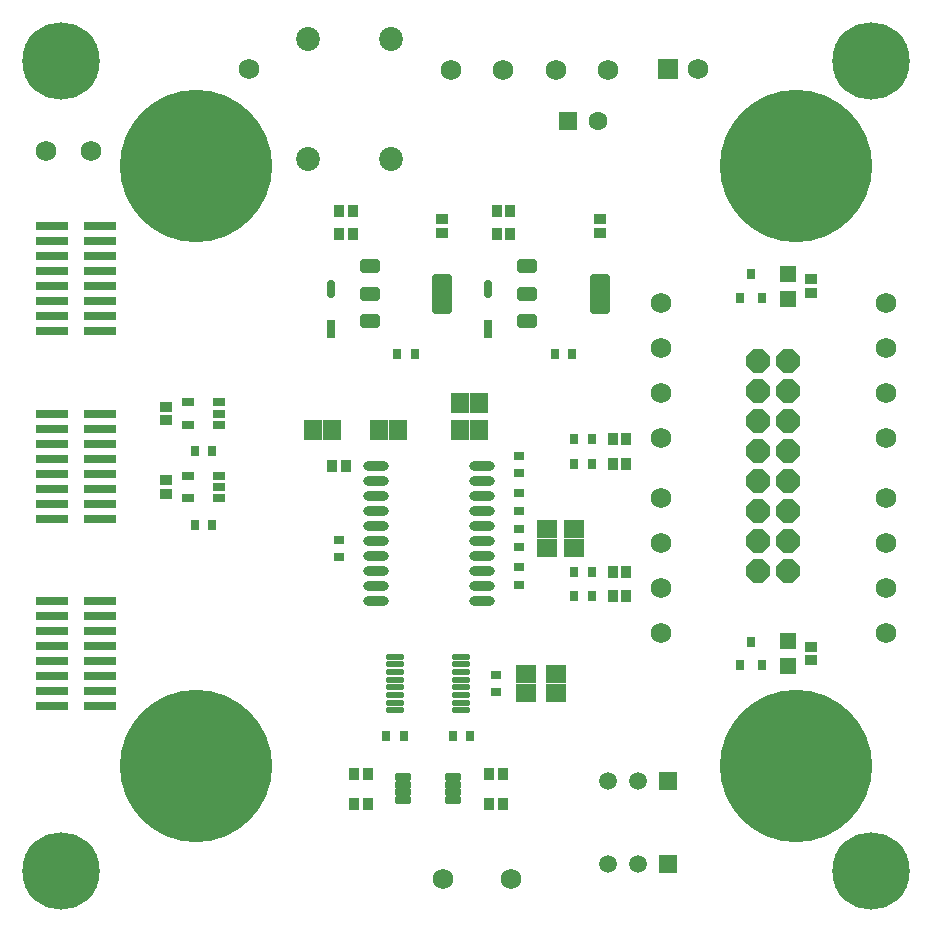
<source format=gts>
G04*
G04 #@! TF.GenerationSoftware,Altium Limited,Altium Designer,21.6.1 (37)*
G04*
G04 Layer_Color=8388736*
%FSLAX25Y25*%
%MOIN*%
G70*
G04*
G04 #@! TF.SameCoordinates,74F22BCE-0206-479F-BCF0-E4D5E1675BD9*
G04*
G04*
G04 #@! TF.FilePolarity,Negative*
G04*
G01*
G75*
%ADD19R,0.10984X0.02913*%
%ADD20R,0.03150X0.03543*%
%ADD23R,0.03543X0.03150*%
G04:AMPARAMS|DCode=27|XSize=61.32mil|YSize=29.23mil|CornerRadius=14.62mil|HoleSize=0mil|Usage=FLASHONLY|Rotation=90.000|XOffset=0mil|YOffset=0mil|HoleType=Round|Shape=RoundedRectangle|*
%AMROUNDEDRECTD27*
21,1,0.06132,0.00000,0,0,90.0*
21,1,0.03209,0.02923,0,0,90.0*
1,1,0.02923,0.00000,0.01604*
1,1,0.02923,0.00000,-0.01604*
1,1,0.02923,0.00000,-0.01604*
1,1,0.02923,0.00000,0.01604*
%
%ADD27ROUNDEDRECTD27*%
%ADD28R,0.02923X0.06132*%
%ADD29R,0.03150X0.03543*%
G04:AMPARAMS|DCode=32|XSize=43.31mil|YSize=23.62mil|CornerRadius=2.01mil|HoleSize=0mil|Usage=FLASHONLY|Rotation=180.000|XOffset=0mil|YOffset=0mil|HoleType=Round|Shape=RoundedRectangle|*
%AMROUNDEDRECTD32*
21,1,0.04331,0.01961,0,0,180.0*
21,1,0.03929,0.02362,0,0,180.0*
1,1,0.00402,-0.01965,0.00980*
1,1,0.00402,0.01965,0.00980*
1,1,0.00402,0.01965,-0.00980*
1,1,0.00402,-0.01965,-0.00980*
%
%ADD32ROUNDEDRECTD32*%
%ADD33R,0.04147X0.03556*%
%ADD34O,0.08674X0.03162*%
%ADD35R,0.05918X0.06509*%
%ADD36R,0.03556X0.04147*%
%ADD37O,0.06312X0.02178*%
%ADD38R,0.06509X0.05918*%
G04:AMPARAMS|DCode=39|XSize=132.02mil|YSize=65.09mil|CornerRadius=6mil|HoleSize=0mil|Usage=FLASHONLY|Rotation=90.000|XOffset=0mil|YOffset=0mil|HoleType=Round|Shape=RoundedRectangle|*
%AMROUNDEDRECTD39*
21,1,0.13202,0.05309,0,0,90.0*
21,1,0.12002,0.06509,0,0,90.0*
1,1,0.01200,0.02655,0.06001*
1,1,0.01200,0.02655,-0.06001*
1,1,0.01200,-0.02655,-0.06001*
1,1,0.01200,-0.02655,0.06001*
%
%ADD39ROUNDEDRECTD39*%
G04:AMPARAMS|DCode=40|XSize=43.43mil|YSize=65.09mil|CornerRadius=5.95mil|HoleSize=0mil|Usage=FLASHONLY|Rotation=90.000|XOffset=0mil|YOffset=0mil|HoleType=Round|Shape=RoundedRectangle|*
%AMROUNDEDRECTD40*
21,1,0.04343,0.05319,0,0,90.0*
21,1,0.03154,0.06509,0,0,90.0*
1,1,0.01190,0.02659,0.01577*
1,1,0.01190,0.02659,-0.01577*
1,1,0.01190,-0.02659,-0.01577*
1,1,0.01190,-0.02659,0.01577*
%
%ADD40ROUNDEDRECTD40*%
%ADD41R,0.05524X0.05524*%
G04:AMPARAMS|DCode=42|XSize=25.72mil|YSize=53.28mil|CornerRadius=5.95mil|HoleSize=0mil|Usage=FLASHONLY|Rotation=90.000|XOffset=0mil|YOffset=0mil|HoleType=Round|Shape=RoundedRectangle|*
%AMROUNDEDRECTD42*
21,1,0.02572,0.04138,0,0,90.0*
21,1,0.01382,0.05328,0,0,90.0*
1,1,0.01190,0.02069,0.00691*
1,1,0.01190,0.02069,-0.00691*
1,1,0.01190,-0.02069,-0.00691*
1,1,0.01190,-0.02069,0.00691*
%
%ADD42ROUNDEDRECTD42*%
%ADD43C,0.06902*%
%ADD44R,0.06312X0.06312*%
%ADD45C,0.06312*%
%ADD46R,0.06902X0.06902*%
%ADD47C,0.05918*%
%ADD48R,0.05918X0.05918*%
%ADD49C,0.50800*%
%ADD50C,0.07956*%
%ADD51C,0.25800*%
%ADD52P,0.08443X8X22.5*%
D19*
X128012Y295000D02*
D03*
X111988D02*
D03*
X128012Y300000D02*
D03*
X111988D02*
D03*
X128012Y305000D02*
D03*
X111988D02*
D03*
X128012Y310000D02*
D03*
X111988D02*
D03*
X128012Y315000D02*
D03*
X111988D02*
D03*
X128012Y320000D02*
D03*
X111988D02*
D03*
X128012Y325000D02*
D03*
X111988D02*
D03*
X128012Y330000D02*
D03*
X111988D02*
D03*
X128012Y232500D02*
D03*
X111988D02*
D03*
X128012Y237500D02*
D03*
X111988D02*
D03*
X128012Y242500D02*
D03*
X111988D02*
D03*
X128012Y247500D02*
D03*
X111988D02*
D03*
X128012Y252500D02*
D03*
X111988D02*
D03*
X128012Y257500D02*
D03*
X111988D02*
D03*
X128012Y262500D02*
D03*
X111988D02*
D03*
X128012Y267500D02*
D03*
X111988D02*
D03*
X128012Y170000D02*
D03*
X111988D02*
D03*
X128012Y175000D02*
D03*
X111988D02*
D03*
X128012Y180000D02*
D03*
X111988D02*
D03*
X128012Y185000D02*
D03*
X111988D02*
D03*
X128012Y190000D02*
D03*
X111988D02*
D03*
X128012Y195000D02*
D03*
X111988D02*
D03*
X128012Y200000D02*
D03*
X111988D02*
D03*
X128012Y205000D02*
D03*
X111988D02*
D03*
D20*
X286193Y259102D02*
D03*
X292098D02*
D03*
X286193Y250815D02*
D03*
X292098D02*
D03*
X251476Y160000D02*
D03*
X245571D02*
D03*
X223524D02*
D03*
X229429D02*
D03*
X232953Y287500D02*
D03*
X227047D02*
D03*
X285453D02*
D03*
X279547D02*
D03*
X286193Y214831D02*
D03*
X292098D02*
D03*
X286193Y206602D02*
D03*
X292098D02*
D03*
X165453Y255000D02*
D03*
X159547D02*
D03*
X165453Y230532D02*
D03*
X159547D02*
D03*
D23*
X260000Y180453D02*
D03*
Y174547D02*
D03*
X207768Y225453D02*
D03*
Y219547D02*
D03*
X267768Y240953D02*
D03*
Y235047D02*
D03*
Y253453D02*
D03*
Y247547D02*
D03*
Y223000D02*
D03*
Y228906D02*
D03*
Y216406D02*
D03*
Y210500D02*
D03*
D27*
X257500Y309194D02*
D03*
X205000D02*
D03*
D28*
X257500Y295806D02*
D03*
X205000D02*
D03*
D29*
X345000Y191437D02*
D03*
X348740Y183563D02*
D03*
X341260D02*
D03*
X345000Y313937D02*
D03*
X348740Y306063D02*
D03*
X341260D02*
D03*
D32*
X157382Y263760D02*
D03*
Y271240D02*
D03*
X167618D02*
D03*
Y267500D02*
D03*
Y263760D02*
D03*
X157382Y239291D02*
D03*
Y246772D02*
D03*
X167618D02*
D03*
Y243032D02*
D03*
Y239291D02*
D03*
D33*
X294606Y332264D02*
D03*
Y327736D02*
D03*
X365000Y185236D02*
D03*
Y189764D02*
D03*
Y307736D02*
D03*
Y312264D02*
D03*
X150000Y245295D02*
D03*
Y240768D02*
D03*
Y269764D02*
D03*
Y265236D02*
D03*
X242106Y332264D02*
D03*
Y327736D02*
D03*
D34*
X255484Y205000D02*
D03*
Y210000D02*
D03*
Y215000D02*
D03*
Y220000D02*
D03*
Y225000D02*
D03*
Y230000D02*
D03*
Y235000D02*
D03*
Y240000D02*
D03*
Y245000D02*
D03*
Y250000D02*
D03*
X220051Y205000D02*
D03*
Y210000D02*
D03*
Y215000D02*
D03*
Y220000D02*
D03*
Y225000D02*
D03*
Y230000D02*
D03*
Y235000D02*
D03*
Y240000D02*
D03*
Y245000D02*
D03*
Y250000D02*
D03*
D35*
X199118Y262000D02*
D03*
X205417D02*
D03*
X254417Y271000D02*
D03*
X248118D02*
D03*
X254417Y262000D02*
D03*
X248118D02*
D03*
X221118D02*
D03*
X227417D02*
D03*
D36*
X298929Y259102D02*
D03*
X303457D02*
D03*
X298929Y250815D02*
D03*
X303457D02*
D03*
X260236Y335000D02*
D03*
X264764D02*
D03*
Y327500D02*
D03*
X260236D02*
D03*
X205504Y250000D02*
D03*
X210032D02*
D03*
X298929Y206602D02*
D03*
X303457D02*
D03*
X298929Y214831D02*
D03*
X303457D02*
D03*
X212736Y137500D02*
D03*
X217264D02*
D03*
X212736Y147500D02*
D03*
X217264D02*
D03*
X262264Y137500D02*
D03*
X257736D02*
D03*
X262264Y147500D02*
D03*
X257736D02*
D03*
X207736Y335000D02*
D03*
X212264D02*
D03*
Y327500D02*
D03*
X207736D02*
D03*
D37*
X248524Y168543D02*
D03*
Y171102D02*
D03*
Y173661D02*
D03*
Y176221D02*
D03*
Y178779D02*
D03*
Y181339D02*
D03*
Y183898D02*
D03*
Y186457D02*
D03*
X226476Y168543D02*
D03*
Y171102D02*
D03*
Y173661D02*
D03*
Y176221D02*
D03*
Y178779D02*
D03*
Y181339D02*
D03*
Y183898D02*
D03*
Y186457D02*
D03*
D38*
X280000Y180650D02*
D03*
Y174350D02*
D03*
X270000Y180650D02*
D03*
Y174350D02*
D03*
X286193Y222686D02*
D03*
Y228985D02*
D03*
X277186Y222686D02*
D03*
Y228985D02*
D03*
D39*
X294606Y307500D02*
D03*
X242106D02*
D03*
D40*
X270394Y298445D02*
D03*
Y307500D02*
D03*
Y316555D02*
D03*
X217894Y298445D02*
D03*
Y307500D02*
D03*
Y316555D02*
D03*
D41*
X357500Y183366D02*
D03*
Y191634D02*
D03*
Y305866D02*
D03*
Y314134D02*
D03*
D42*
X229134Y146339D02*
D03*
Y143780D02*
D03*
Y141220D02*
D03*
Y138661D02*
D03*
X245866Y146339D02*
D03*
Y143780D02*
D03*
Y141220D02*
D03*
Y138661D02*
D03*
D43*
X265000Y112500D02*
D03*
X242500D02*
D03*
X125000Y355000D02*
D03*
X110000D02*
D03*
X280000Y381949D02*
D03*
X262500D02*
D03*
X245000D02*
D03*
X327500Y382500D02*
D03*
X297500Y381949D02*
D03*
X177678Y382500D02*
D03*
X315000Y259500D02*
D03*
Y274500D02*
D03*
Y289500D02*
D03*
Y304500D02*
D03*
X390000D02*
D03*
Y289500D02*
D03*
Y274500D02*
D03*
Y259500D02*
D03*
Y194500D02*
D03*
Y209500D02*
D03*
Y224500D02*
D03*
Y239500D02*
D03*
X315000Y194500D02*
D03*
Y209500D02*
D03*
Y224500D02*
D03*
Y239500D02*
D03*
D44*
X284000Y365000D02*
D03*
D45*
X294000D02*
D03*
D46*
X317500Y382500D02*
D03*
D47*
X297500Y117500D02*
D03*
X307500D02*
D03*
X297500Y145000D02*
D03*
X307500D02*
D03*
D48*
X317500Y117500D02*
D03*
Y145000D02*
D03*
D49*
X160000Y350000D02*
D03*
X360000D02*
D03*
Y150000D02*
D03*
X160000D02*
D03*
D50*
X197500Y352500D02*
D03*
Y392500D02*
D03*
X225000D02*
D03*
Y352500D02*
D03*
D51*
X385000Y115000D02*
D03*
X115000Y385000D02*
D03*
X385000D02*
D03*
X115000Y115000D02*
D03*
D52*
X347500Y285000D02*
D03*
X357500D02*
D03*
X347500Y275000D02*
D03*
X357500D02*
D03*
X347500Y265000D02*
D03*
X357500D02*
D03*
X347500Y255000D02*
D03*
X357500D02*
D03*
X347500Y245000D02*
D03*
X357500D02*
D03*
Y235000D02*
D03*
X347500D02*
D03*
X357500Y225000D02*
D03*
X347500D02*
D03*
X357500Y215000D02*
D03*
X347500D02*
D03*
M02*

</source>
